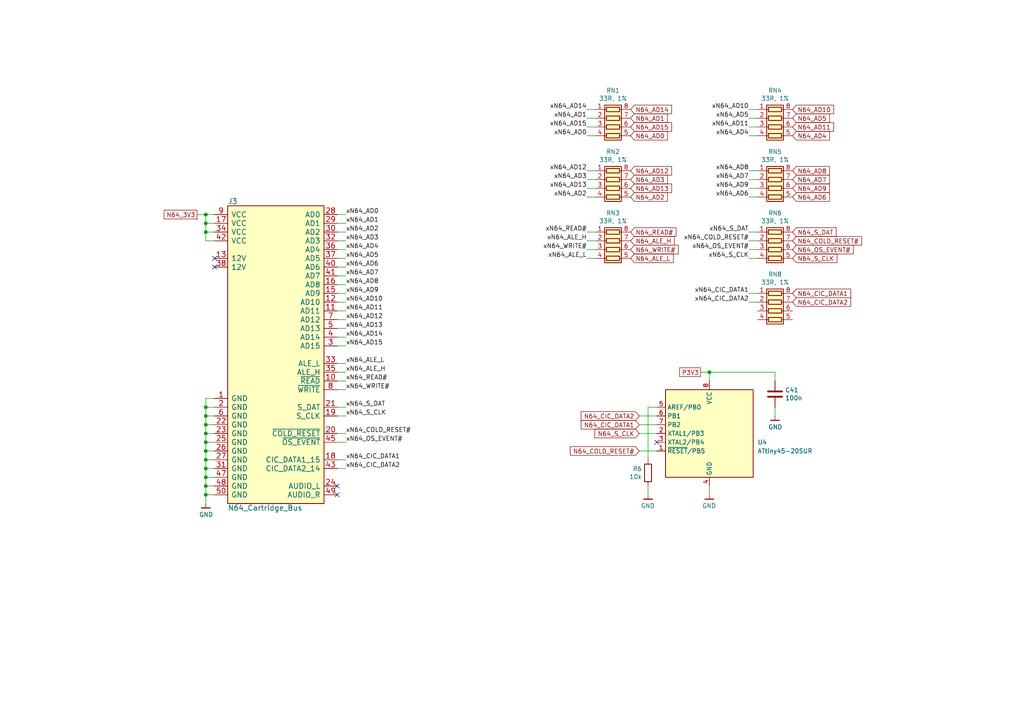
<source format=kicad_sch>
(kicad_sch (version 20231120) (generator "eeschema") (generator_version "8.0")
  (paper "A4")
  (lib_symbols
    (symbol "Device:C" (pin_numbers hide) (pin_names (offset 0.254))
      (property "Reference" "C" (at 0.635 2.54 0))
      (property "Value" "C" (at 0.635 -2.54 0))
      (symbol "C_0_1"
        (polyline (pts (xy -2.032 -0.762) (xy 2.032 -0.762)) (stroke (width 0.508)))
        (polyline (pts (xy -2.032 0.762) (xy 2.032 0.762)) (stroke (width 0.508)))
      )
      (symbol "C_1_1"
        (pin passive line (at 0 3.81 270) (length 2.794) (name "~") (number "1"))
        (pin passive line (at 0 -3.81 90) (length 2.794) (name "~") (number "2"))
      )
    )
    (symbol "Device:R" (pin_numbers hide) (pin_names (offset 0))
      (property "Reference" "R" (at 2.032 0 90))
      (property "Value" "R" (at 0 0 90))
      (symbol "R_0_1"
        (rectangle (start -1.016 -2.54) (end 1.016 2.54) (stroke (width 0.254)))
      )
      (symbol "R_1_1"
        (pin passive line (at 0 3.81 270) (length 1.27) (name "~") (number "1"))
        (pin passive line (at 0 -3.81 90) (length 1.27) (name "~") (number "2"))
      )
    )
    (symbol "Device:R_Pack04" (pin_names (offset 0) hide)
      (property "Reference" "RN" (at -7.62 0 90))
      (property "Value" "R_Pack04" (at 5.08 0 90))
      (symbol "R_Pack04_0_1"
        (rectangle (start -6.35 -2.413) (end 3.81 2.413) (stroke (width 0.254)) (fill (type background)))
        (rectangle (start -5.715 1.905) (end -4.445 -1.905) (stroke (width 0.254)))
        (rectangle (start -3.175 1.905) (end -1.905 -1.905) (stroke (width 0.254)))
        (rectangle (start -0.635 1.905) (end 0.635 -1.905) (stroke (width 0.254)))
        (polyline (pts (xy -5.08 -2.54) (xy -5.08 -1.905)))
        (polyline (pts (xy -5.08 1.905) (xy -5.08 2.54)))
        (polyline (pts (xy -2.54 -2.54) (xy -2.54 -1.905)))
        (polyline (pts (xy -2.54 1.905) (xy -2.54 2.54)))
        (polyline (pts (xy 0 -2.54) (xy 0 -1.905)))
        (polyline (pts (xy 0 1.905) (xy 0 2.54)))
        (polyline (pts (xy 2.54 -2.54) (xy 2.54 -1.905)))
        (polyline (pts (xy 2.54 1.905) (xy 2.54 2.54)))
        (rectangle (start 1.905 1.905) (end 3.175 -1.905) (stroke (width 0.254)))
      )
      (symbol "R_Pack04_1_1"
        (pin passive line (at -5.08 -5.08 90) (length 2.54) (name "R1.1") (number "1"))
        (pin passive line (at -2.54 -5.08 90) (length 2.54) (name "R2.1") (number "2"))
        (pin passive line (at 0 -5.08 90) (length 2.54) (name "R3.1") (number "3"))
        (pin passive line (at 2.54 -5.08 90) (length 2.54) (name "R4.1") (number "4"))
        (pin passive line (at 2.54 5.08 270) (length 2.54) (name "R4.2") (number "5"))
        (pin passive line (at 0 5.08 270) (length 2.54) (name "R3.2") (number "6"))
        (pin passive line (at -2.54 5.08 270) (length 2.54) (name "R2.2") (number "7"))
        (pin passive line (at -5.08 5.08 270) (length 2.54) (name "R1.2") (number "8"))
      )
    )
    (symbol "MCU_Microchip_ATtiny:ATtiny45-20S"
      (property "Reference" "U" (at -12.7 13.97 0))
      (property "Value" "ATtiny45-20S" (at 2.54 -13.97 0))
      (symbol "ATtiny45-20S_0_1"
        (rectangle (start -12.7 -12.7) (end 12.7 12.7) (stroke (width 0.254)) (fill (type background)))
      )
      (symbol "ATtiny45-20S_1_1"
        (pin bidirectional line (at 15.24 -5.08 180) (length 2.54) (name "~{RESET}/PB5") (number "1"))
        (pin bidirectional line (at 15.24 0 180) (length 2.54) (name "XTAL1/PB3") (number "2"))
        (pin bidirectional line (at 15.24 -2.54 180) (length 2.54) (name "XTAL2/PB4") (number "3"))
        (pin power_in line (at 0 -15.24 90) (length 2.54) (name "GND") (number "4"))
        (pin bidirectional line (at 15.24 7.62 180) (length 2.54) (name "AREF/PB0") (number "5"))
        (pin bidirectional line (at 15.24 5.08 180) (length 2.54) (name "PB1") (number "6"))
        (pin bidirectional line (at 15.24 2.54 180) (length 2.54) (name "PB2") (number "7"))
        (pin power_in line (at 0 15.24 270) (length 2.54) (name "VCC") (number "8"))
      )
    )
    (symbol "ng_n64:N64_Cartridge_Bus" (pin_names (offset 1.016))
      (property "Reference" "J" (at -13.97 44.45 0))
      (property "Value" "N64_Cartridge_Bus" (at -13.97 -44.45 0))
      (symbol "N64_Cartridge_Bus_0_1"
        (circle (center -22.86 39.37) (radius 0.0001))
        (rectangle (start 13.97 43.18) (end -13.97 -43.18) (stroke (width 0.254)) (fill (type background)))
      )
      (symbol "N64_Cartridge_Bus_1_1"
        (pin power_out line (at -17.78 -12.7 0) (length 3.81) (name "GND") (number "1"))
        (pin output line (at 17.78 -7.62 180) (length 3.81) (name "~{READ}") (number "10"))
        (pin bidirectional line (at 17.78 12.7 180) (length 3.81) (name "AD11") (number "11"))
        (pin bidirectional line (at 17.78 15.24 180) (length 3.81) (name "AD10") (number "12"))
        (pin power_out line (at -17.78 27.94 0) (length 3.81) (name "12V") (number "13"))
        (pin no_connect line (at -17.78 10.16 0) (length 3.81) hide (name "NC") (number "14"))
        (pin bidirectional line (at 17.78 17.78 180) (length 3.81) (name "AD9") (number "15"))
        (pin bidirectional line (at 17.78 20.32 180) (length 3.81) (name "AD8") (number "16"))
        (pin power_out line (at -17.78 38.1 0) (length 3.81) (name "VCC") (number "17"))
        (pin bidirectional line (at 17.78 -30.48 180) (length 3.81) (name "CIC_DATA1_15") (number "18"))
        (pin output line (at 17.78 -17.78 180) (length 3.81) (name "S_CLK") (number "19"))
        (pin power_out line (at -17.78 -15.24 0) (length 3.81) (name "GND") (number "2"))
        (pin output line (at 17.78 -22.86 180) (length 3.81) (name "~{COLD_RESET}") (number "20"))
        (pin bidirectional line (at 17.78 -15.24 180) (length 3.81) (name "S_DAT") (number "21"))
        (pin power_out line (at -17.78 -20.32 0) (length 3.81) (name "GND") (number "22"))
        (pin power_out line (at -17.78 -22.86 0) (length 3.81) (name "GND") (number "23"))
        (pin output line (at 17.78 -38.1 180) (length 3.81) (name "AUDIO_L") (number "24"))
        (pin power_out line (at -17.78 -25.4 0) (length 3.81) (name "GND") (number "25"))
        (pin power_out line (at -17.78 -27.94 0) (length 3.81) (name "GND") (number "26"))
        (pin power_out line (at -17.78 -30.48 0) (length 3.81) (name "GND") (number "27"))
        (pin bidirectional line (at 17.78 40.64 180) (length 3.81) (name "AD0") (number "28"))
        (pin bidirectional line (at 17.78 38.1 180) (length 3.81) (name "AD1") (number "29"))
        (pin bidirectional line (at 17.78 2.54 180) (length 3.81) (name "AD15") (number "3"))
        (pin bidirectional line (at 17.78 35.56 180) (length 3.81) (name "AD2") (number "30"))
        (pin power_out line (at -17.78 -33.02 0) (length 3.81) (name "GND") (number "31"))
        (pin bidirectional line (at 17.78 33.02 180) (length 3.81) (name "AD3") (number "32"))
        (pin output line (at 17.78 -2.54 180) (length 3.81) (name "ALE_L") (number "33"))
        (pin power_out line (at -17.78 35.56 0) (length 3.81) (name "VCC") (number "34"))
        (pin output line (at 17.78 -5.08 180) (length 3.81) (name "ALE_H") (number "35"))
        (pin bidirectional line (at 17.78 30.48 180) (length 3.81) (name "AD4") (number "36"))
        (pin bidirectional line (at 17.78 27.94 180) (length 3.81) (name "AD5") (number "37"))
        (pin power_out line (at -17.78 25.4 0) (length 3.81) (name "12V") (number "38"))
        (pin no_connect line (at -17.78 7.62 0) (length 3.81) hide (name "NC") (number "39"))
        (pin bidirectional line (at 17.78 5.08 180) (length 3.81) (name "AD14") (number "4"))
        (pin bidirectional line (at 17.78 25.4 180) (length 3.81) (name "AD6") (number "40"))
        (pin bidirectional line (at 17.78 22.86 180) (length 3.81) (name "AD7") (number "41"))
        (pin power_out line (at -17.78 33.02 0) (length 3.81) (name "VCC") (number "42"))
        (pin bidirectional line (at 17.78 -33.02 180) (length 3.81) (name "CIC_DATA2_14") (number "43"))
        (pin no_connect line (at -17.78 5.08 0) (length 3.81) hide (name "NC") (number "44"))
        (pin input line (at 17.78 -25.4 180) (length 3.81) (name "~{OS_EVENT}") (number "45"))
        (pin no_connect line (at -17.78 2.54 0) (length 3.81) hide (name "NC") (number "46"))
        (pin power_out line (at -17.78 -35.56 0) (length 3.81) (name "GND") (number "47"))
        (pin power_out line (at -17.78 -38.1 0) (length 3.81) (name "GND") (number "48"))
        (pin output line (at 17.78 -40.64 180) (length 3.81) (name "AUDIO_R") (number "49"))
        (pin bidirectional line (at 17.78 7.62 180) (length 3.81) (name "AD13") (number "5"))
        (pin power_out line (at -17.78 -40.64 0) (length 3.81) (name "GND") (number "50"))
        (pin power_out line (at -17.78 -17.78 0) (length 3.81) (name "GND") (number "6"))
        (pin bidirectional line (at 17.78 10.16 180) (length 3.81) (name "AD12") (number "7"))
        (pin output line (at 17.78 -10.16 180) (length 3.81) (name "~{WRITE}") (number "8"))
        (pin power_out line (at -17.78 40.64 0) (length 3.81) (name "VCC") (number "9"))
      )
    )
    (symbol "ng_power:GND" (power) (pin_names (offset 0))
      (property "Value" "GND" (at 0 -2.54 0))
      (symbol "GND_0_1"
        (polyline (pts (xy 0 -1.27) (xy 0 0)))
        (polyline (pts (xy 1.27 -1.27) (xy -1.27 -1.27)) (stroke (width 0.3048)))
      )
      (symbol "GND_1_1"
        (pin power_in line (at 0 0 270) (length 0) hide (name "GND") (number "1"))
      )
    )
  )
  (junction (at 59.69 120.65))
  (junction (at 59.69 118.11))
  (junction (at 59.69 123.19))
  (junction (at 59.69 133.35))
  (junction (at 59.69 125.73))
  (junction (at 59.69 67.31))
  (junction (at 59.69 135.89))
  (junction (at 205.74 107.95))
  (junction (at 59.69 138.43))
  (junction (at 59.69 128.27))
  (junction (at 59.69 130.81))
  (junction (at 59.69 140.97))
  (junction (at 59.69 62.23))
  (junction (at 59.69 143.51))
  (junction (at 59.69 64.77))
  (no_connect (at 62.23 77.47))
  (no_connect (at 97.79 140.97))
  (no_connect (at 97.79 143.51))
  (no_connect (at 62.23 74.93))
  (no_connect (at 190.5 128.27))
  (wire (pts (xy 172.72 57.15) (xy 170.18 57.15)))
  (wire (pts (xy 62.23 128.27) (xy 59.69 128.27)))
  (wire (pts (xy 59.69 143.51) (xy 59.69 146.05)))
  (wire (pts (xy 172.72 69.85) (xy 170.18 69.85)))
  (wire (pts (xy 97.79 113.03) (xy 100.33 113.03)))
  (wire (pts (xy 97.79 128.27) (xy 100.33 128.27)))
  (wire (pts (xy 62.23 120.65) (xy 59.69 120.65)))
  (wire (pts (xy 59.69 130.81) (xy 59.69 133.35)))
  (wire (pts (xy 219.71 69.85) (xy 217.17 69.85)))
  (wire (pts (xy 97.79 107.95) (xy 100.33 107.95)))
  (wire (pts (xy 190.5 118.11) (xy 187.96 118.11)))
  (wire (pts (xy 97.79 100.33) (xy 100.33 100.33)))
  (wire (pts (xy 62.23 69.85) (xy 59.69 69.85)))
  (wire (pts (xy 97.79 85.09) (xy 100.33 85.09)))
  (wire (pts (xy 59.69 118.11) (xy 59.69 120.65)))
  (wire (pts (xy 172.72 39.37) (xy 170.18 39.37)))
  (wire (pts (xy 59.69 140.97) (xy 59.69 143.51)))
  (wire (pts (xy 59.69 115.57) (xy 59.69 118.11)))
  (wire (pts (xy 205.74 140.97) (xy 205.74 143.51)))
  (wire (pts (xy 205.74 107.95) (xy 224.79 107.95)))
  (wire (pts (xy 59.69 123.19) (xy 59.69 125.73)))
  (wire (pts (xy 59.69 67.31) (xy 59.69 64.77)))
  (wire (pts (xy 190.5 120.65) (xy 185.42 120.65)))
  (wire (pts (xy 62.23 115.57) (xy 59.69 115.57)))
  (wire (pts (xy 219.71 34.29) (xy 217.17 34.29)))
  (wire (pts (xy 59.69 64.77) (xy 59.69 62.23)))
  (wire (pts (xy 219.71 87.63) (xy 217.17 87.63)))
  (wire (pts (xy 62.23 125.73) (xy 59.69 125.73)))
  (wire (pts (xy 172.72 34.29) (xy 170.18 34.29)))
  (wire (pts (xy 205.74 107.95) (xy 203.2 107.95)))
  (wire (pts (xy 62.23 140.97) (xy 59.69 140.97)))
  (wire (pts (xy 219.71 31.75) (xy 217.17 31.75)))
  (wire (pts (xy 62.23 130.81) (xy 59.69 130.81)))
  (wire (pts (xy 190.5 125.73) (xy 185.42 125.73)))
  (wire (pts (xy 59.69 135.89) (xy 59.69 138.43)))
  (wire (pts (xy 59.69 125.73) (xy 59.69 128.27)))
  (wire (pts (xy 97.79 87.63) (xy 100.33 87.63)))
  (wire (pts (xy 62.23 135.89) (xy 59.69 135.89)))
  (wire (pts (xy 172.72 52.07) (xy 170.18 52.07)))
  (wire (pts (xy 97.79 118.11) (xy 100.33 118.11)))
  (wire (pts (xy 172.72 31.75) (xy 170.18 31.75)))
  (wire (pts (xy 97.79 120.65) (xy 100.33 120.65)))
  (wire (pts (xy 187.96 118.11) (xy 187.96 133.35)))
  (wire (pts (xy 219.71 67.31) (xy 217.17 67.31)))
  (wire (pts (xy 97.79 64.77) (xy 100.33 64.77)))
  (wire (pts (xy 190.5 130.81) (xy 185.42 130.81)))
  (wire (pts (xy 219.71 49.53) (xy 217.17 49.53)))
  (wire (pts (xy 62.23 123.19) (xy 59.69 123.19)))
  (wire (pts (xy 59.69 69.85) (xy 59.69 67.31)))
  (wire (pts (xy 219.71 85.09) (xy 217.17 85.09)))
  (wire (pts (xy 62.23 67.31) (xy 59.69 67.31)))
  (wire (pts (xy 219.71 36.83) (xy 217.17 36.83)))
  (wire (pts (xy 172.72 54.61) (xy 170.18 54.61)))
  (wire (pts (xy 59.69 120.65) (xy 59.69 123.19)))
  (wire (pts (xy 97.79 95.25) (xy 100.33 95.25)))
  (wire (pts (xy 62.23 133.35) (xy 59.69 133.35)))
  (wire (pts (xy 97.79 133.35) (xy 100.33 133.35)))
  (wire (pts (xy 219.71 72.39) (xy 217.17 72.39)))
  (wire (pts (xy 97.79 62.23) (xy 100.33 62.23)))
  (wire (pts (xy 219.71 39.37) (xy 217.17 39.37)))
  (wire (pts (xy 97.79 135.89) (xy 100.33 135.89)))
  (wire (pts (xy 59.69 128.27) (xy 59.69 130.81)))
  (wire (pts (xy 97.79 67.31) (xy 100.33 67.31)))
  (wire (pts (xy 59.69 138.43) (xy 59.69 140.97)))
  (wire (pts (xy 187.96 143.51) (xy 187.96 140.97)))
  (wire (pts (xy 62.23 138.43) (xy 59.69 138.43)))
  (wire (pts (xy 205.74 110.49) (xy 205.74 107.95)))
  (wire (pts (xy 97.79 105.41) (xy 100.33 105.41)))
  (wire (pts (xy 97.79 74.93) (xy 100.33 74.93)))
  (wire (pts (xy 97.79 97.79) (xy 100.33 97.79)))
  (wire (pts (xy 97.79 80.01) (xy 100.33 80.01)))
  (wire (pts (xy 190.5 123.19) (xy 185.42 123.19)))
  (wire (pts (xy 224.79 118.11) (xy 224.79 120.65)))
  (wire (pts (xy 219.71 57.15) (xy 217.17 57.15)))
  (wire (pts (xy 59.69 62.23) (xy 62.23 62.23)))
  (wire (pts (xy 97.79 82.55) (xy 100.33 82.55)))
  (wire (pts (xy 172.72 74.93) (xy 170.18 74.93)))
  (wire (pts (xy 97.79 110.49) (xy 100.33 110.49)))
  (wire (pts (xy 97.79 72.39) (xy 100.33 72.39)))
  (wire (pts (xy 172.72 67.31) (xy 170.18 67.31)))
  (wire (pts (xy 59.69 62.23) (xy 57.15 62.23)))
  (wire (pts (xy 59.69 133.35) (xy 59.69 135.89)))
  (wire (pts (xy 219.71 52.07) (xy 217.17 52.07)))
  (wire (pts (xy 97.79 90.17) (xy 100.33 90.17)))
  (wire (pts (xy 62.23 118.11) (xy 59.69 118.11)))
  (wire (pts (xy 172.72 36.83) (xy 170.18 36.83)))
  (wire (pts (xy 172.72 72.39) (xy 170.18 72.39)))
  (wire (pts (xy 97.79 125.73) (xy 100.33 125.73)))
  (wire (pts (xy 97.79 92.71) (xy 100.33 92.71)))
  (wire (pts (xy 97.79 69.85) (xy 100.33 69.85)))
  (wire (pts (xy 62.23 143.51) (xy 59.69 143.51)))
  (wire (pts (xy 97.79 77.47) (xy 100.33 77.47)))
  (wire (pts (xy 219.71 54.61) (xy 217.17 54.61)))
  (wire (pts (xy 224.79 107.95) (xy 224.79 110.49)))
  (wire (pts (xy 219.71 74.93) (xy 217.17 74.93)))
  (wire (pts (xy 62.23 64.77) (xy 59.69 64.77)))
  (wire (pts (xy 172.72 49.53) (xy 170.18 49.53)))
  (label "xN64_ALE_L" (at 170.18 74.93 180))
  (label "xN64_AD3" (at 170.18 52.07 180))
  (label "xN64_AD12" (at 100.33 92.71 0))
  (label "xN64_AD6" (at 217.17 57.15 180))
  (label "xN64_AD10" (at 100.33 87.63 0))
  (label "xN64_CIC_DATA1" (at 217.17 85.09 180))
  (label "xN64_AD2" (at 100.33 67.31 0))
  (label "xN64_AD1" (at 100.33 64.77 0))
  (label "xN64_AD8" (at 217.17 49.53 180))
  (label "xN64_COLD_RESET#" (at 217.17 69.85 180))
  (label "xN64_COLD_RESET#" (at 100.33 125.73 0))
  (label "xN64_OS_EVENT#" (at 100.33 128.27 0))
  (label "xN64_OS_EVENT#" (at 217.17 72.39 180))
  (label "xN64_AD7" (at 217.17 52.07 180))
  (label "xN64_AD6" (at 100.33 77.47 0))
  (label "xN64_AD7" (at 100.33 80.01 0))
  (label "xN64_ALE_H" (at 170.18 69.85 180))
  (label "xN64_S_DAT" (at 217.17 67.31 180))
  (label "xN64_READ#" (at 100.33 110.49 0))
  (label "xN64_ALE_L" (at 100.33 105.41 0))
  (label "xN64_S_CLK" (at 217.17 74.93 180))
  (label "xN64_AD4" (at 100.33 72.39 0))
  (label "xN64_CIC_DATA2" (at 217.17 87.63 180))
  (label "xN64_CIC_DATA1" (at 100.33 133.35 0))
  (label "xN64_AD13" (at 100.33 95.25 0))
  (label "xN64_AD8" (at 100.33 82.55 0))
  (label "xN64_WRITE#" (at 170.18 72.39 180))
  (label "xN64_AD9" (at 217.17 54.61 180))
  (label "xN64_AD0" (at 170.18 39.37 180))
  (label "xN64_AD3" (at 100.33 69.85 0))
  (label "xN64_S_CLK" (at 100.33 120.65 0))
  (label "xN64_AD2" (at 170.18 57.15 180))
  (label "xN64_AD12" (at 170.18 49.53 180))
  (label "xN64_AD1" (at 170.18 34.29 180))
  (label "xN64_AD14" (at 170.18 31.75 180))
  (label "xN64_AD15" (at 100.33 100.33 0))
  (label "xN64_AD11" (at 217.17 36.83 180))
  (label "xN64_ALE_H" (at 100.33 107.95 0))
  (label "xN64_AD15" (at 170.18 36.83 180))
  (label "xN64_AD11" (at 100.33 90.17 0))
  (label "xN64_AD0" (at 100.33 62.23 0))
  (label "xN64_AD14" (at 100.33 97.79 0))
  (label "xN64_WRITE#" (at 100.33 113.03 0))
  (label "xN64_AD9" (at 100.33 85.09 0))
  (label "xN64_AD5" (at 217.17 34.29 180))
  (label "xN64_READ#" (at 170.18 67.31 180))
  (label "xN64_AD5" (at 100.33 74.93 0))
  (label "xN64_AD10" (at 217.17 31.75 180))
  (label "xN64_S_DAT" (at 100.33 118.11 0))
  (label "xN64_CIC_DATA2" (at 100.33 135.89 0))
  (label "xN64_AD13" (at 170.18 54.61 180))
  (label "xN64_AD4" (at 217.17 39.37 180))
  (global_label "N64_3V3" (shape passive) (at 57.15 62.23 180) (property "Intersheetrefs" "${INTERSHEET_REFS}" (effects (hide yes))))
  (global_label "N64_AD1" (shape input) (at 182.88 34.29 0) (property "Intersheetrefs" "${INTERSHEET_REFS}" (effects (hide yes))))
  (global_label "N64_AD12" (shape input) (at 182.88 49.53 0) (property "Intersheetrefs" "${INTERSHEET_REFS}" (effects (hide yes))))
  (global_label "N64_AD4" (shape input) (at 229.87 39.37 0) (property "Intersheetrefs" "${INTERSHEET_REFS}" (effects (hide yes))))
  (global_label "N64_S_CLK" (shape input) (at 185.42 125.73 180) (property "Intersheetrefs" "${INTERSHEET_REFS}" (effects (hide yes))))
  (global_label "P3V3" (shape passive) (at 203.2 107.95 180) (property "Intersheetrefs" "${INTERSHEET_REFS}" (effects (hide yes))))
  (global_label "N64_ALE_H" (shape input) (at 182.88 69.85 0) (property "Intersheetrefs" "${INTERSHEET_REFS}" (effects (hide yes))))
  (global_label "N64_AD0" (shape input) (at 182.88 39.37 0) (property "Intersheetrefs" "${INTERSHEET_REFS}" (effects (hide yes))))
  (global_label "N64_AD15" (shape input) (at 182.88 36.83 0) (property "Intersheetrefs" "${INTERSHEET_REFS}" (effects (hide yes))))
  (global_label "N64_AD14" (shape input) (at 182.88 31.75 0) (property "Intersheetrefs" "${INTERSHEET_REFS}" (effects (hide yes))))
  (global_label "N64_AD9" (shape input) (at 229.87 54.61 0) (property "Intersheetrefs" "${INTERSHEET_REFS}" (effects (hide yes))))
  (global_label "N64_CIC_DATA1" (shape input) (at 229.87 85.09 0) (property "Intersheetrefs" "${INTERSHEET_REFS}" (effects (hide yes))))
  (global_label "N64_AD2" (shape input) (at 182.88 57.15 0) (property "Intersheetrefs" "${INTERSHEET_REFS}" (effects (hide yes))))
  (global_label "N64_S_DAT" (shape input) (at 229.87 67.31 0) (property "Intersheetrefs" "${INTERSHEET_REFS}" (effects (hide yes))))
  (global_label "N64_AD10" (shape input) (at 229.87 31.75 0) (property "Intersheetrefs" "${INTERSHEET_REFS}" (effects (hide yes))))
  (global_label "N64_S_CLK" (shape input) (at 229.87 74.93 0) (property "Intersheetrefs" "${INTERSHEET_REFS}" (effects (hide yes))))
  (global_label "N64_ALE_L" (shape input) (at 182.88 74.93 0) (property "Intersheetrefs" "${INTERSHEET_REFS}" (effects (hide yes))))
  (global_label "N64_AD7" (shape input) (at 229.87 52.07 0) (property "Intersheetrefs" "${INTERSHEET_REFS}" (effects (hide yes))))
  (global_label "N64_CIC_DATA1" (shape input) (at 185.42 123.19 180) (property "Intersheetrefs" "${INTERSHEET_REFS}" (effects (hide yes))))
  (global_label "N64_OS_EVENT#" (shape input) (at 229.87 72.39 0) (property "Intersheetrefs" "${INTERSHEET_REFS}" (effects (hide yes))))
  (global_label "N64_AD11" (shape input) (at 229.87 36.83 0) (property "Intersheetrefs" "${INTERSHEET_REFS}" (effects (hide yes))))
  (global_label "N64_CIC_DATA2" (shape input) (at 229.87 87.63 0) (property "Intersheetrefs" "${INTERSHEET_REFS}" (effects (hide yes))))
  (global_label "N64_AD6" (shape input) (at 229.87 57.15 0) (property "Intersheetrefs" "${INTERSHEET_REFS}" (effects (hide yes))))
  (global_label "N64_AD13" (shape input) (at 182.88 54.61 0) (property "Intersheetrefs" "${INTERSHEET_REFS}" (effects (hide yes))))
  (global_label "N64_AD5" (shape input) (at 229.87 34.29 0) (property "Intersheetrefs" "${INTERSHEET_REFS}" (effects (hide yes))))
  (global_label "N64_COLD_RESET#" (shape input) (at 185.42 130.81 180) (property "Intersheetrefs" "${INTERSHEET_REFS}" (effects (hide yes))))
  (global_label "N64_CIC_DATA2" (shape input) (at 185.42 120.65 180) (property "Intersheetrefs" "${INTERSHEET_REFS}" (effects (hide yes))))
  (global_label "N64_READ#" (shape input) (at 182.88 67.31 0) (property "Intersheetrefs" "${INTERSHEET_REFS}" (effects (hide yes))))
  (global_label "N64_AD3" (shape input) (at 182.88 52.07 0) (property "Intersheetrefs" "${INTERSHEET_REFS}" (effects (hide yes))))
  (global_label "N64_COLD_RESET#" (shape input) (at 229.87 69.85 0) (property "Intersheetrefs" "${INTERSHEET_REFS}" (effects (hide yes))))
  (global_label "N64_AD8" (shape input) (at 229.87 49.53 0) (property "Intersheetrefs" "${INTERSHEET_REFS}" (effects (hide yes))))
  (global_label "N64_WRITE#" (shape input) (at 182.88 72.39 0) (property "Intersheetrefs" "${INTERSHEET_REFS}" (effects (hide yes))))
  (symbol (lib_id "Device:R_Pack04") (at 177.8 36.83 270) (unit 1)
    (property "Reference" "RN1" (at 177.8 26.2382 90))
    (property "Value" "33R, 1%" (at 177.8 28.5496 90))
    (property "Footprint" "Resistor_SMD:R_Array_Convex_4x0603" (effects (hide yes)))
    (property "MPN" "YC164-FR-0733RL" (effects (hide yes)))
    (property "MFR" "Yageo" (effects (hide yes)))
  )
  (symbol (lib_id "Device:R_Pack04") (at 177.8 54.61 270) (unit 1)
    (property "Reference" "RN2" (at 177.8 44.0182 90))
    (property "Value" "33R, 1%" (at 177.8 46.3296 90))
    (property "Footprint" "Resistor_SMD:R_Array_Convex_4x0603" (effects (hide yes)))
    (property "MPN" "YC164-FR-0733RL" (effects (hide yes)))
    (property "MFR" "Yageo" (effects (hide yes)))
  )
  (symbol (lib_id "Device:R_Pack04") (at 177.8 72.39 270) (unit 1)
    (property "Reference" "RN3" (at 177.8 61.7982 90))
    (property "Value" "33R, 1%" (at 177.8 64.1096 90))
    (property "Footprint" "Resistor_SMD:R_Array_Convex_4x0603" (effects (hide yes)))
    (property "MPN" "YC164-FR-0733RL" (effects (hide yes)))
    (property "MFR" "Yageo" (effects (hide yes)))
  )
  (symbol (lib_id "Device:R_Pack04") (at 224.79 36.83 270) (unit 1)
    (property "Reference" "RN4" (at 224.79 26.2382 90))
    (property "Value" "33R, 1%" (at 224.79 28.5496 90))
    (property "Footprint" "Resistor_SMD:R_Array_Convex_4x0603" (effects (hide yes)))
    (property "MPN" "YC164-FR-0733RL" (effects (hide yes)))
    (property "MFR" "Yageo" (effects (hide yes)))
  )
  (symbol (lib_id "Device:R_Pack04") (at 224.79 54.61 270) (unit 1)
    (property "Reference" "RN5" (at 224.79 44.0182 90))
    (property "Value" "33R, 1%" (at 224.79 46.3296 90))
    (property "Footprint" "Resistor_SMD:R_Array_Convex_4x0603" (effects (hide yes)))
    (property "MPN" "YC164-FR-0733RL" (effects (hide yes)))
    (property "MFR" "Yageo" (effects (hide yes)))
  )
  (symbol (lib_id "Device:R_Pack04") (at 224.79 72.39 270) (unit 1)
    (property "Reference" "RN6" (at 224.79 61.7982 90))
    (property "Value" "33R, 1%" (at 224.79 64.1096 90))
    (property "Footprint" "Resistor_SMD:R_Array_Convex_4x0603" (effects (hide yes)))
    (property "MPN" "YC164-FR-0733RL" (effects (hide yes)))
    (property "MFR" "Yageo" (effects (hide yes)))
  )
  (symbol (lib_id "ng_n64:N64_Cartridge_Bus") (at 80.01 102.87 0) (unit 1)
    (property "Reference" "J3" (at 66.04 58.42 0) (effects (font (size 1.524 1.524)) (justify left)))
    (property "Value" "N64_Cartridge_Bus" (at 66.04 147.32 0) (effects (font (size 1.524 1.524)) (justify left)))
    (property "Footprint" "ng_n64:N64_Cartridge_Edge" (effects (hide yes)))
  )
  (symbol (lib_id "MCU_Microchip_ATtiny:ATtiny45-20S") (at 205.74 125.73 0) (mirror y) (unit 1)
    (property "Reference" "U4" (at 219.71 128.27 0) (effects (justify right)))
    (property "Value" "ATtiny45-20SUR" (at 219.71 130.81 0) (effects (justify right)))
    (property "Footprint" "Package_SO:SOIC-8W_5.3x5.3mm_P1.27mm" (effects (hide yes)))
    (property "Datasheet" "http://ww1.microchip.com/downloads/en/DeviceDoc/atmel-2586-avr-8-bit-microcontroller-attiny25-attiny45-attiny85_datasheet.pdf" (effects (hide yes)))
    (property "Description" "20MHz, 4kB Flash, 256B SRAM, 256B EEPROM, debugWIRE, SOIC-8W" (effects (hide yes)))
    (property "MFR" "Microchip" (effects (hide yes)))
    (property "MPN" "ATTINY45-20SUR" (effects (hide yes)))
  )
  (symbol (lib_id "ng_power:GND") (at 59.69 146.05 0) (unit 1)
    (property "Reference" "#PWR013" (effects (hide yes)))
    (property "Value" "GND" (at 59.7662 149.2504 0))
  )
  (symbol (lib_id "ng_power:GND") (at 205.74 143.51 0) (mirror y) (unit 1)
    (property "Reference" "#PWR015" (effects (hide yes)))
    (property "Value" "GND" (at 205.6638 146.7104 0))
  )
  (symbol (lib_id "ng_power:GND") (at 187.96 143.51 0) (mirror y) (unit 1)
    (property "Reference" "#PWR014" (effects (hide yes)))
    (property "Value" "GND" (at 187.8838 146.7104 0))
  )
  (symbol (lib_id "Device:R") (at 187.96 137.16 0) (mirror x) (unit 1)
    (property "Reference" "R6" (at 186.182 135.9916 0) (effects (justify right)))
    (property "Value" "10k" (at 186.182 138.303 0) (effects (justify right)))
    (property "Footprint" "Resistor_SMD:R_0402_1005Metric" (effects (hide yes)))
    (property "MPN" "RC0402FR-0710KL" (effects (hide yes)))
    (property "MFR" "Yageo" (effects (hide yes)))
  )
  (symbol (lib_id "Device:R_Pack04") (at 224.79 90.17 270) (unit 1)
    (property "Reference" "RN8" (at 224.79 79.5782 90))
    (property "Value" "33R, 1%" (at 224.79 81.8896 90))
    (property "Footprint" "Resistor_SMD:R_Array_Convex_4x0603" (effects (hide yes)))
    (property "MPN" "YC164-FR-0733RL" (effects (hide yes)))
    (property "MFR" "Yageo" (effects (hide yes)))
  )
  (symbol (lib_id "Device:C") (at 224.79 114.3 0) (unit 1)
    (property "Reference" "C41" (at 227.711 113.1316 0) (effects (justify left)))
    (property "Value" "100n" (at 227.711 115.443 0) (effects (justify left)))
    (property "Footprint" "Capacitor_SMD:C_0402_1005Metric" (effects (hide yes)))
    (property "MFR" "Samsung" (effects (hide yes)))
    (property "MPN" "CL05B104KO5NNNC" (effects (hide yes)))
  )
  (symbol (lib_id "ng_power:GND") (at 224.79 120.65 0) (unit 1)
    (property "Reference" "#PWR049" (effects (hide yes)))
    (property "Value" "GND" (at 224.8662 123.8504 0))
  )
)
</source>
